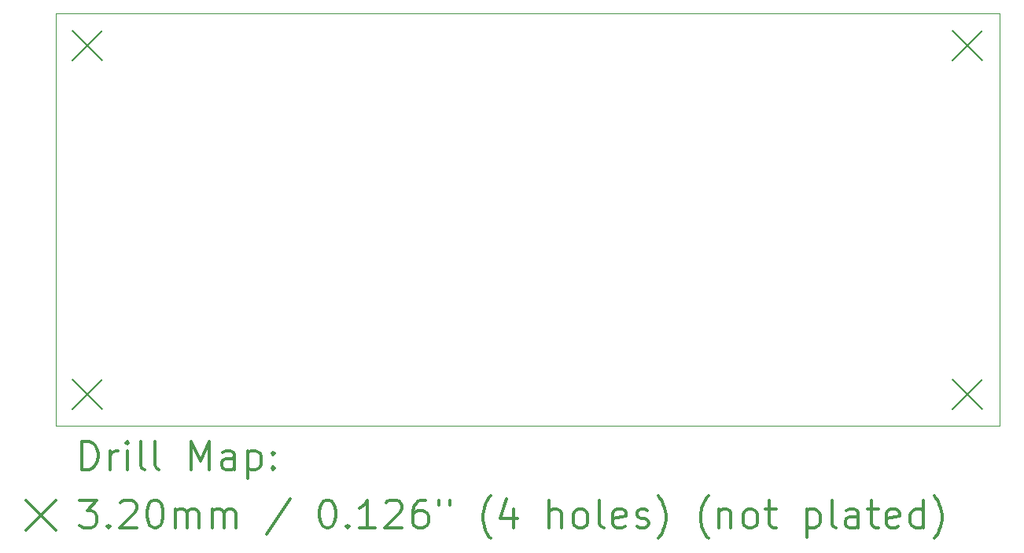
<source format=gbr>
%FSLAX45Y45*%
G04 Gerber Fmt 4.5, Leading zero omitted, Abs format (unit mm)*
G04 Created by KiCad (PCBNEW 5.1.6-c6e7f7d~87~ubuntu19.10.1) date 2021-08-02 21:21:00*
%MOMM*%
%LPD*%
G01*
G04 APERTURE LIST*
%TA.AperFunction,Profile*%
%ADD10C,0.050000*%
%TD*%
%ADD11C,0.200000*%
%ADD12C,0.300000*%
G04 APERTURE END LIST*
D10*
X4152900Y-6311900D02*
X4152900Y-10756900D01*
X4152900Y-10756900D02*
X14312900Y-10756900D01*
X14312900Y-6311900D02*
X14312900Y-10756900D01*
X4152900Y-6311900D02*
X14312900Y-6311900D01*
D11*
X13810000Y-6494800D02*
X14130000Y-6814800D01*
X14130000Y-6494800D02*
X13810000Y-6814800D01*
X4335800Y-10254000D02*
X4655800Y-10574000D01*
X4655800Y-10254000D02*
X4335800Y-10574000D01*
X13810000Y-10254000D02*
X14130000Y-10574000D01*
X14130000Y-10254000D02*
X13810000Y-10574000D01*
X4335800Y-6494800D02*
X4655800Y-6814800D01*
X4655800Y-6494800D02*
X4335800Y-6814800D01*
D12*
X4436828Y-11225114D02*
X4436828Y-10925114D01*
X4508257Y-10925114D01*
X4551114Y-10939400D01*
X4579686Y-10967972D01*
X4593971Y-10996543D01*
X4608257Y-11053686D01*
X4608257Y-11096543D01*
X4593971Y-11153686D01*
X4579686Y-11182257D01*
X4551114Y-11210829D01*
X4508257Y-11225114D01*
X4436828Y-11225114D01*
X4736828Y-11225114D02*
X4736828Y-11025114D01*
X4736828Y-11082257D02*
X4751114Y-11053686D01*
X4765400Y-11039400D01*
X4793971Y-11025114D01*
X4822543Y-11025114D01*
X4922543Y-11225114D02*
X4922543Y-11025114D01*
X4922543Y-10925114D02*
X4908257Y-10939400D01*
X4922543Y-10953686D01*
X4936828Y-10939400D01*
X4922543Y-10925114D01*
X4922543Y-10953686D01*
X5108257Y-11225114D02*
X5079686Y-11210829D01*
X5065400Y-11182257D01*
X5065400Y-10925114D01*
X5265400Y-11225114D02*
X5236828Y-11210829D01*
X5222543Y-11182257D01*
X5222543Y-10925114D01*
X5608257Y-11225114D02*
X5608257Y-10925114D01*
X5708257Y-11139400D01*
X5808257Y-10925114D01*
X5808257Y-11225114D01*
X6079686Y-11225114D02*
X6079686Y-11067972D01*
X6065400Y-11039400D01*
X6036828Y-11025114D01*
X5979686Y-11025114D01*
X5951114Y-11039400D01*
X6079686Y-11210829D02*
X6051114Y-11225114D01*
X5979686Y-11225114D01*
X5951114Y-11210829D01*
X5936828Y-11182257D01*
X5936828Y-11153686D01*
X5951114Y-11125114D01*
X5979686Y-11110829D01*
X6051114Y-11110829D01*
X6079686Y-11096543D01*
X6222543Y-11025114D02*
X6222543Y-11325114D01*
X6222543Y-11039400D02*
X6251114Y-11025114D01*
X6308257Y-11025114D01*
X6336828Y-11039400D01*
X6351114Y-11053686D01*
X6365400Y-11082257D01*
X6365400Y-11167972D01*
X6351114Y-11196543D01*
X6336828Y-11210829D01*
X6308257Y-11225114D01*
X6251114Y-11225114D01*
X6222543Y-11210829D01*
X6493971Y-11196543D02*
X6508257Y-11210829D01*
X6493971Y-11225114D01*
X6479686Y-11210829D01*
X6493971Y-11196543D01*
X6493971Y-11225114D01*
X6493971Y-11039400D02*
X6508257Y-11053686D01*
X6493971Y-11067972D01*
X6479686Y-11053686D01*
X6493971Y-11039400D01*
X6493971Y-11067972D01*
X3830400Y-11559400D02*
X4150400Y-11879400D01*
X4150400Y-11559400D02*
X3830400Y-11879400D01*
X4408257Y-11555114D02*
X4593971Y-11555114D01*
X4493971Y-11669400D01*
X4536828Y-11669400D01*
X4565400Y-11683686D01*
X4579686Y-11697971D01*
X4593971Y-11726543D01*
X4593971Y-11797971D01*
X4579686Y-11826543D01*
X4565400Y-11840829D01*
X4536828Y-11855114D01*
X4451114Y-11855114D01*
X4422543Y-11840829D01*
X4408257Y-11826543D01*
X4722543Y-11826543D02*
X4736828Y-11840829D01*
X4722543Y-11855114D01*
X4708257Y-11840829D01*
X4722543Y-11826543D01*
X4722543Y-11855114D01*
X4851114Y-11583686D02*
X4865400Y-11569400D01*
X4893971Y-11555114D01*
X4965400Y-11555114D01*
X4993971Y-11569400D01*
X5008257Y-11583686D01*
X5022543Y-11612257D01*
X5022543Y-11640829D01*
X5008257Y-11683686D01*
X4836828Y-11855114D01*
X5022543Y-11855114D01*
X5208257Y-11555114D02*
X5236828Y-11555114D01*
X5265400Y-11569400D01*
X5279686Y-11583686D01*
X5293971Y-11612257D01*
X5308257Y-11669400D01*
X5308257Y-11740829D01*
X5293971Y-11797971D01*
X5279686Y-11826543D01*
X5265400Y-11840829D01*
X5236828Y-11855114D01*
X5208257Y-11855114D01*
X5179686Y-11840829D01*
X5165400Y-11826543D01*
X5151114Y-11797971D01*
X5136828Y-11740829D01*
X5136828Y-11669400D01*
X5151114Y-11612257D01*
X5165400Y-11583686D01*
X5179686Y-11569400D01*
X5208257Y-11555114D01*
X5436828Y-11855114D02*
X5436828Y-11655114D01*
X5436828Y-11683686D02*
X5451114Y-11669400D01*
X5479686Y-11655114D01*
X5522543Y-11655114D01*
X5551114Y-11669400D01*
X5565400Y-11697971D01*
X5565400Y-11855114D01*
X5565400Y-11697971D02*
X5579686Y-11669400D01*
X5608257Y-11655114D01*
X5651114Y-11655114D01*
X5679686Y-11669400D01*
X5693971Y-11697971D01*
X5693971Y-11855114D01*
X5836828Y-11855114D02*
X5836828Y-11655114D01*
X5836828Y-11683686D02*
X5851114Y-11669400D01*
X5879686Y-11655114D01*
X5922543Y-11655114D01*
X5951114Y-11669400D01*
X5965400Y-11697971D01*
X5965400Y-11855114D01*
X5965400Y-11697971D02*
X5979686Y-11669400D01*
X6008257Y-11655114D01*
X6051114Y-11655114D01*
X6079686Y-11669400D01*
X6093971Y-11697971D01*
X6093971Y-11855114D01*
X6679686Y-11540829D02*
X6422543Y-11926543D01*
X7065400Y-11555114D02*
X7093971Y-11555114D01*
X7122543Y-11569400D01*
X7136828Y-11583686D01*
X7151114Y-11612257D01*
X7165400Y-11669400D01*
X7165400Y-11740829D01*
X7151114Y-11797971D01*
X7136828Y-11826543D01*
X7122543Y-11840829D01*
X7093971Y-11855114D01*
X7065400Y-11855114D01*
X7036828Y-11840829D01*
X7022543Y-11826543D01*
X7008257Y-11797971D01*
X6993971Y-11740829D01*
X6993971Y-11669400D01*
X7008257Y-11612257D01*
X7022543Y-11583686D01*
X7036828Y-11569400D01*
X7065400Y-11555114D01*
X7293971Y-11826543D02*
X7308257Y-11840829D01*
X7293971Y-11855114D01*
X7279686Y-11840829D01*
X7293971Y-11826543D01*
X7293971Y-11855114D01*
X7593971Y-11855114D02*
X7422543Y-11855114D01*
X7508257Y-11855114D02*
X7508257Y-11555114D01*
X7479686Y-11597971D01*
X7451114Y-11626543D01*
X7422543Y-11640829D01*
X7708257Y-11583686D02*
X7722543Y-11569400D01*
X7751114Y-11555114D01*
X7822543Y-11555114D01*
X7851114Y-11569400D01*
X7865400Y-11583686D01*
X7879686Y-11612257D01*
X7879686Y-11640829D01*
X7865400Y-11683686D01*
X7693971Y-11855114D01*
X7879686Y-11855114D01*
X8136828Y-11555114D02*
X8079686Y-11555114D01*
X8051114Y-11569400D01*
X8036828Y-11583686D01*
X8008257Y-11626543D01*
X7993971Y-11683686D01*
X7993971Y-11797971D01*
X8008257Y-11826543D01*
X8022543Y-11840829D01*
X8051114Y-11855114D01*
X8108257Y-11855114D01*
X8136828Y-11840829D01*
X8151114Y-11826543D01*
X8165400Y-11797971D01*
X8165400Y-11726543D01*
X8151114Y-11697971D01*
X8136828Y-11683686D01*
X8108257Y-11669400D01*
X8051114Y-11669400D01*
X8022543Y-11683686D01*
X8008257Y-11697971D01*
X7993971Y-11726543D01*
X8279686Y-11555114D02*
X8279686Y-11612257D01*
X8393971Y-11555114D02*
X8393971Y-11612257D01*
X8836828Y-11969400D02*
X8822543Y-11955114D01*
X8793971Y-11912257D01*
X8779686Y-11883686D01*
X8765400Y-11840829D01*
X8751114Y-11769400D01*
X8751114Y-11712257D01*
X8765400Y-11640829D01*
X8779686Y-11597971D01*
X8793971Y-11569400D01*
X8822543Y-11526543D01*
X8836828Y-11512257D01*
X9079686Y-11655114D02*
X9079686Y-11855114D01*
X9008257Y-11540829D02*
X8936828Y-11755114D01*
X9122543Y-11755114D01*
X9465400Y-11855114D02*
X9465400Y-11555114D01*
X9593971Y-11855114D02*
X9593971Y-11697971D01*
X9579686Y-11669400D01*
X9551114Y-11655114D01*
X9508257Y-11655114D01*
X9479686Y-11669400D01*
X9465400Y-11683686D01*
X9779686Y-11855114D02*
X9751114Y-11840829D01*
X9736828Y-11826543D01*
X9722543Y-11797971D01*
X9722543Y-11712257D01*
X9736828Y-11683686D01*
X9751114Y-11669400D01*
X9779686Y-11655114D01*
X9822543Y-11655114D01*
X9851114Y-11669400D01*
X9865400Y-11683686D01*
X9879686Y-11712257D01*
X9879686Y-11797971D01*
X9865400Y-11826543D01*
X9851114Y-11840829D01*
X9822543Y-11855114D01*
X9779686Y-11855114D01*
X10051114Y-11855114D02*
X10022543Y-11840829D01*
X10008257Y-11812257D01*
X10008257Y-11555114D01*
X10279686Y-11840829D02*
X10251114Y-11855114D01*
X10193971Y-11855114D01*
X10165400Y-11840829D01*
X10151114Y-11812257D01*
X10151114Y-11697971D01*
X10165400Y-11669400D01*
X10193971Y-11655114D01*
X10251114Y-11655114D01*
X10279686Y-11669400D01*
X10293971Y-11697971D01*
X10293971Y-11726543D01*
X10151114Y-11755114D01*
X10408257Y-11840829D02*
X10436828Y-11855114D01*
X10493971Y-11855114D01*
X10522543Y-11840829D01*
X10536828Y-11812257D01*
X10536828Y-11797971D01*
X10522543Y-11769400D01*
X10493971Y-11755114D01*
X10451114Y-11755114D01*
X10422543Y-11740829D01*
X10408257Y-11712257D01*
X10408257Y-11697971D01*
X10422543Y-11669400D01*
X10451114Y-11655114D01*
X10493971Y-11655114D01*
X10522543Y-11669400D01*
X10636828Y-11969400D02*
X10651114Y-11955114D01*
X10679686Y-11912257D01*
X10693971Y-11883686D01*
X10708257Y-11840829D01*
X10722543Y-11769400D01*
X10722543Y-11712257D01*
X10708257Y-11640829D01*
X10693971Y-11597971D01*
X10679686Y-11569400D01*
X10651114Y-11526543D01*
X10636828Y-11512257D01*
X11179686Y-11969400D02*
X11165400Y-11955114D01*
X11136828Y-11912257D01*
X11122543Y-11883686D01*
X11108257Y-11840829D01*
X11093971Y-11769400D01*
X11093971Y-11712257D01*
X11108257Y-11640829D01*
X11122543Y-11597971D01*
X11136828Y-11569400D01*
X11165400Y-11526543D01*
X11179686Y-11512257D01*
X11293971Y-11655114D02*
X11293971Y-11855114D01*
X11293971Y-11683686D02*
X11308257Y-11669400D01*
X11336828Y-11655114D01*
X11379686Y-11655114D01*
X11408257Y-11669400D01*
X11422543Y-11697971D01*
X11422543Y-11855114D01*
X11608257Y-11855114D02*
X11579686Y-11840829D01*
X11565400Y-11826543D01*
X11551114Y-11797971D01*
X11551114Y-11712257D01*
X11565400Y-11683686D01*
X11579686Y-11669400D01*
X11608257Y-11655114D01*
X11651114Y-11655114D01*
X11679686Y-11669400D01*
X11693971Y-11683686D01*
X11708257Y-11712257D01*
X11708257Y-11797971D01*
X11693971Y-11826543D01*
X11679686Y-11840829D01*
X11651114Y-11855114D01*
X11608257Y-11855114D01*
X11793971Y-11655114D02*
X11908257Y-11655114D01*
X11836828Y-11555114D02*
X11836828Y-11812257D01*
X11851114Y-11840829D01*
X11879686Y-11855114D01*
X11908257Y-11855114D01*
X12236828Y-11655114D02*
X12236828Y-11955114D01*
X12236828Y-11669400D02*
X12265400Y-11655114D01*
X12322543Y-11655114D01*
X12351114Y-11669400D01*
X12365400Y-11683686D01*
X12379686Y-11712257D01*
X12379686Y-11797971D01*
X12365400Y-11826543D01*
X12351114Y-11840829D01*
X12322543Y-11855114D01*
X12265400Y-11855114D01*
X12236828Y-11840829D01*
X12551114Y-11855114D02*
X12522543Y-11840829D01*
X12508257Y-11812257D01*
X12508257Y-11555114D01*
X12793971Y-11855114D02*
X12793971Y-11697971D01*
X12779686Y-11669400D01*
X12751114Y-11655114D01*
X12693971Y-11655114D01*
X12665400Y-11669400D01*
X12793971Y-11840829D02*
X12765400Y-11855114D01*
X12693971Y-11855114D01*
X12665400Y-11840829D01*
X12651114Y-11812257D01*
X12651114Y-11783686D01*
X12665400Y-11755114D01*
X12693971Y-11740829D01*
X12765400Y-11740829D01*
X12793971Y-11726543D01*
X12893971Y-11655114D02*
X13008257Y-11655114D01*
X12936828Y-11555114D02*
X12936828Y-11812257D01*
X12951114Y-11840829D01*
X12979686Y-11855114D01*
X13008257Y-11855114D01*
X13222543Y-11840829D02*
X13193971Y-11855114D01*
X13136828Y-11855114D01*
X13108257Y-11840829D01*
X13093971Y-11812257D01*
X13093971Y-11697971D01*
X13108257Y-11669400D01*
X13136828Y-11655114D01*
X13193971Y-11655114D01*
X13222543Y-11669400D01*
X13236828Y-11697971D01*
X13236828Y-11726543D01*
X13093971Y-11755114D01*
X13493971Y-11855114D02*
X13493971Y-11555114D01*
X13493971Y-11840829D02*
X13465400Y-11855114D01*
X13408257Y-11855114D01*
X13379686Y-11840829D01*
X13365400Y-11826543D01*
X13351114Y-11797971D01*
X13351114Y-11712257D01*
X13365400Y-11683686D01*
X13379686Y-11669400D01*
X13408257Y-11655114D01*
X13465400Y-11655114D01*
X13493971Y-11669400D01*
X13608257Y-11969400D02*
X13622543Y-11955114D01*
X13651114Y-11912257D01*
X13665400Y-11883686D01*
X13679686Y-11840829D01*
X13693971Y-11769400D01*
X13693971Y-11712257D01*
X13679686Y-11640829D01*
X13665400Y-11597971D01*
X13651114Y-11569400D01*
X13622543Y-11526543D01*
X13608257Y-11512257D01*
M02*

</source>
